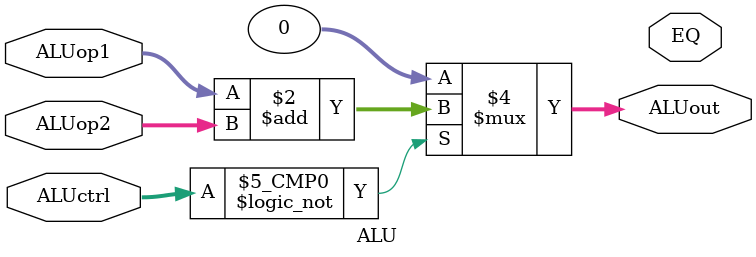
<source format=sv>
module ALU #(
    parameter   WIDTH = 32,
                aluctrlWIDTH = 3
) (
    input logic [WIDTH-1:0]         ALUop1,
    input logic [WIDTH-1:0]         ALUop2,
    input logic [aluctrlWIDTH-1:0]  ALUctrl,
    output logic                    EQ,
    output logic [WIDTH-1:0]        ALUout
);

    always_comb begin
        case (ALUctrl)
            3'b0: ALUout = ALUop1 + ALUop2;
            default: ALUout = {WIDTH{1'b0}};
        endcase
    end
    
endmodule

</source>
